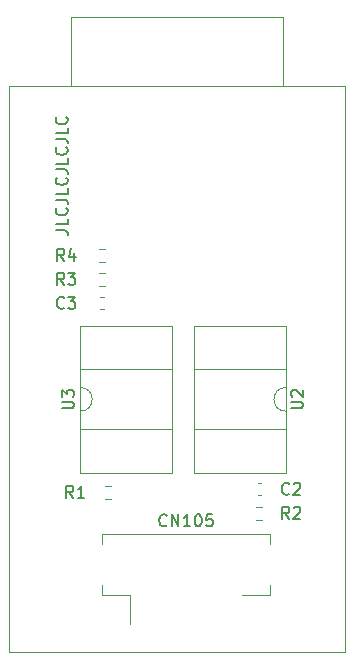
<source format=gbr>
%TF.GenerationSoftware,KiCad,Pcbnew,7.0.9-7.0.9~ubuntu20.04.1*%
%TF.CreationDate,2023-12-24T08:58:33+01:00*%
%TF.ProjectId,mitsubishi2MQTT_esp32dev,6d697473-7562-4697-9368-69324d515454,rev?*%
%TF.SameCoordinates,Original*%
%TF.FileFunction,Legend,Top*%
%TF.FilePolarity,Positive*%
%FSLAX46Y46*%
G04 Gerber Fmt 4.6, Leading zero omitted, Abs format (unit mm)*
G04 Created by KiCad (PCBNEW 7.0.9-7.0.9~ubuntu20.04.1) date 2023-12-24 08:58:33*
%MOMM*%
%LPD*%
G01*
G04 APERTURE LIST*
%ADD10C,0.150000*%
%ADD11C,0.120000*%
G04 APERTURE END LIST*
D10*
X80403819Y-72021506D02*
X81118104Y-72021506D01*
X81118104Y-72021506D02*
X81260961Y-72069125D01*
X81260961Y-72069125D02*
X81356200Y-72164363D01*
X81356200Y-72164363D02*
X81403819Y-72307220D01*
X81403819Y-72307220D02*
X81403819Y-72402458D01*
X81403819Y-71069125D02*
X81403819Y-71545315D01*
X81403819Y-71545315D02*
X80403819Y-71545315D01*
X81308580Y-70164363D02*
X81356200Y-70211982D01*
X81356200Y-70211982D02*
X81403819Y-70354839D01*
X81403819Y-70354839D02*
X81403819Y-70450077D01*
X81403819Y-70450077D02*
X81356200Y-70592934D01*
X81356200Y-70592934D02*
X81260961Y-70688172D01*
X81260961Y-70688172D02*
X81165723Y-70735791D01*
X81165723Y-70735791D02*
X80975247Y-70783410D01*
X80975247Y-70783410D02*
X80832390Y-70783410D01*
X80832390Y-70783410D02*
X80641914Y-70735791D01*
X80641914Y-70735791D02*
X80546676Y-70688172D01*
X80546676Y-70688172D02*
X80451438Y-70592934D01*
X80451438Y-70592934D02*
X80403819Y-70450077D01*
X80403819Y-70450077D02*
X80403819Y-70354839D01*
X80403819Y-70354839D02*
X80451438Y-70211982D01*
X80451438Y-70211982D02*
X80499057Y-70164363D01*
X80403819Y-69450077D02*
X81118104Y-69450077D01*
X81118104Y-69450077D02*
X81260961Y-69497696D01*
X81260961Y-69497696D02*
X81356200Y-69592934D01*
X81356200Y-69592934D02*
X81403819Y-69735791D01*
X81403819Y-69735791D02*
X81403819Y-69831029D01*
X81403819Y-68497696D02*
X81403819Y-68973886D01*
X81403819Y-68973886D02*
X80403819Y-68973886D01*
X81308580Y-67592934D02*
X81356200Y-67640553D01*
X81356200Y-67640553D02*
X81403819Y-67783410D01*
X81403819Y-67783410D02*
X81403819Y-67878648D01*
X81403819Y-67878648D02*
X81356200Y-68021505D01*
X81356200Y-68021505D02*
X81260961Y-68116743D01*
X81260961Y-68116743D02*
X81165723Y-68164362D01*
X81165723Y-68164362D02*
X80975247Y-68211981D01*
X80975247Y-68211981D02*
X80832390Y-68211981D01*
X80832390Y-68211981D02*
X80641914Y-68164362D01*
X80641914Y-68164362D02*
X80546676Y-68116743D01*
X80546676Y-68116743D02*
X80451438Y-68021505D01*
X80451438Y-68021505D02*
X80403819Y-67878648D01*
X80403819Y-67878648D02*
X80403819Y-67783410D01*
X80403819Y-67783410D02*
X80451438Y-67640553D01*
X80451438Y-67640553D02*
X80499057Y-67592934D01*
X80403819Y-66878648D02*
X81118104Y-66878648D01*
X81118104Y-66878648D02*
X81260961Y-66926267D01*
X81260961Y-66926267D02*
X81356200Y-67021505D01*
X81356200Y-67021505D02*
X81403819Y-67164362D01*
X81403819Y-67164362D02*
X81403819Y-67259600D01*
X81403819Y-65926267D02*
X81403819Y-66402457D01*
X81403819Y-66402457D02*
X80403819Y-66402457D01*
X81308580Y-65021505D02*
X81356200Y-65069124D01*
X81356200Y-65069124D02*
X81403819Y-65211981D01*
X81403819Y-65211981D02*
X81403819Y-65307219D01*
X81403819Y-65307219D02*
X81356200Y-65450076D01*
X81356200Y-65450076D02*
X81260961Y-65545314D01*
X81260961Y-65545314D02*
X81165723Y-65592933D01*
X81165723Y-65592933D02*
X80975247Y-65640552D01*
X80975247Y-65640552D02*
X80832390Y-65640552D01*
X80832390Y-65640552D02*
X80641914Y-65592933D01*
X80641914Y-65592933D02*
X80546676Y-65545314D01*
X80546676Y-65545314D02*
X80451438Y-65450076D01*
X80451438Y-65450076D02*
X80403819Y-65307219D01*
X80403819Y-65307219D02*
X80403819Y-65211981D01*
X80403819Y-65211981D02*
X80451438Y-65069124D01*
X80451438Y-65069124D02*
X80499057Y-65021505D01*
X80403819Y-64307219D02*
X81118104Y-64307219D01*
X81118104Y-64307219D02*
X81260961Y-64354838D01*
X81260961Y-64354838D02*
X81356200Y-64450076D01*
X81356200Y-64450076D02*
X81403819Y-64592933D01*
X81403819Y-64592933D02*
X81403819Y-64688171D01*
X81403819Y-63354838D02*
X81403819Y-63831028D01*
X81403819Y-63831028D02*
X80403819Y-63831028D01*
X81308580Y-62450076D02*
X81356200Y-62497695D01*
X81356200Y-62497695D02*
X81403819Y-62640552D01*
X81403819Y-62640552D02*
X81403819Y-62735790D01*
X81403819Y-62735790D02*
X81356200Y-62878647D01*
X81356200Y-62878647D02*
X81260961Y-62973885D01*
X81260961Y-62973885D02*
X81165723Y-63021504D01*
X81165723Y-63021504D02*
X80975247Y-63069123D01*
X80975247Y-63069123D02*
X80832390Y-63069123D01*
X80832390Y-63069123D02*
X80641914Y-63021504D01*
X80641914Y-63021504D02*
X80546676Y-62973885D01*
X80546676Y-62973885D02*
X80451438Y-62878647D01*
X80451438Y-62878647D02*
X80403819Y-62735790D01*
X80403819Y-62735790D02*
X80403819Y-62640552D01*
X80403819Y-62640552D02*
X80451438Y-62497695D01*
X80451438Y-62497695D02*
X80499057Y-62450076D01*
X100336819Y-87121904D02*
X101146342Y-87121904D01*
X101146342Y-87121904D02*
X101241580Y-87074285D01*
X101241580Y-87074285D02*
X101289200Y-87026666D01*
X101289200Y-87026666D02*
X101336819Y-86931428D01*
X101336819Y-86931428D02*
X101336819Y-86740952D01*
X101336819Y-86740952D02*
X101289200Y-86645714D01*
X101289200Y-86645714D02*
X101241580Y-86598095D01*
X101241580Y-86598095D02*
X101146342Y-86550476D01*
X101146342Y-86550476D02*
X100336819Y-86550476D01*
X100432057Y-86121904D02*
X100384438Y-86074285D01*
X100384438Y-86074285D02*
X100336819Y-85979047D01*
X100336819Y-85979047D02*
X100336819Y-85740952D01*
X100336819Y-85740952D02*
X100384438Y-85645714D01*
X100384438Y-85645714D02*
X100432057Y-85598095D01*
X100432057Y-85598095D02*
X100527295Y-85550476D01*
X100527295Y-85550476D02*
X100622533Y-85550476D01*
X100622533Y-85550476D02*
X100765390Y-85598095D01*
X100765390Y-85598095D02*
X101336819Y-86169523D01*
X101336819Y-86169523D02*
X101336819Y-85550476D01*
X100163333Y-94339580D02*
X100115714Y-94387200D01*
X100115714Y-94387200D02*
X99972857Y-94434819D01*
X99972857Y-94434819D02*
X99877619Y-94434819D01*
X99877619Y-94434819D02*
X99734762Y-94387200D01*
X99734762Y-94387200D02*
X99639524Y-94291961D01*
X99639524Y-94291961D02*
X99591905Y-94196723D01*
X99591905Y-94196723D02*
X99544286Y-94006247D01*
X99544286Y-94006247D02*
X99544286Y-93863390D01*
X99544286Y-93863390D02*
X99591905Y-93672914D01*
X99591905Y-93672914D02*
X99639524Y-93577676D01*
X99639524Y-93577676D02*
X99734762Y-93482438D01*
X99734762Y-93482438D02*
X99877619Y-93434819D01*
X99877619Y-93434819D02*
X99972857Y-93434819D01*
X99972857Y-93434819D02*
X100115714Y-93482438D01*
X100115714Y-93482438D02*
X100163333Y-93530057D01*
X100544286Y-93530057D02*
X100591905Y-93482438D01*
X100591905Y-93482438D02*
X100687143Y-93434819D01*
X100687143Y-93434819D02*
X100925238Y-93434819D01*
X100925238Y-93434819D02*
X101020476Y-93482438D01*
X101020476Y-93482438D02*
X101068095Y-93530057D01*
X101068095Y-93530057D02*
X101115714Y-93625295D01*
X101115714Y-93625295D02*
X101115714Y-93720533D01*
X101115714Y-93720533D02*
X101068095Y-93863390D01*
X101068095Y-93863390D02*
X100496667Y-94434819D01*
X100496667Y-94434819D02*
X101115714Y-94434819D01*
X80944819Y-87121904D02*
X81754342Y-87121904D01*
X81754342Y-87121904D02*
X81849580Y-87074285D01*
X81849580Y-87074285D02*
X81897200Y-87026666D01*
X81897200Y-87026666D02*
X81944819Y-86931428D01*
X81944819Y-86931428D02*
X81944819Y-86740952D01*
X81944819Y-86740952D02*
X81897200Y-86645714D01*
X81897200Y-86645714D02*
X81849580Y-86598095D01*
X81849580Y-86598095D02*
X81754342Y-86550476D01*
X81754342Y-86550476D02*
X80944819Y-86550476D01*
X80944819Y-86169523D02*
X80944819Y-85550476D01*
X80944819Y-85550476D02*
X81325771Y-85883809D01*
X81325771Y-85883809D02*
X81325771Y-85740952D01*
X81325771Y-85740952D02*
X81373390Y-85645714D01*
X81373390Y-85645714D02*
X81421009Y-85598095D01*
X81421009Y-85598095D02*
X81516247Y-85550476D01*
X81516247Y-85550476D02*
X81754342Y-85550476D01*
X81754342Y-85550476D02*
X81849580Y-85598095D01*
X81849580Y-85598095D02*
X81897200Y-85645714D01*
X81897200Y-85645714D02*
X81944819Y-85740952D01*
X81944819Y-85740952D02*
X81944819Y-86026666D01*
X81944819Y-86026666D02*
X81897200Y-86121904D01*
X81897200Y-86121904D02*
X81849580Y-86169523D01*
X81113333Y-74622819D02*
X80780000Y-74146628D01*
X80541905Y-74622819D02*
X80541905Y-73622819D01*
X80541905Y-73622819D02*
X80922857Y-73622819D01*
X80922857Y-73622819D02*
X81018095Y-73670438D01*
X81018095Y-73670438D02*
X81065714Y-73718057D01*
X81065714Y-73718057D02*
X81113333Y-73813295D01*
X81113333Y-73813295D02*
X81113333Y-73956152D01*
X81113333Y-73956152D02*
X81065714Y-74051390D01*
X81065714Y-74051390D02*
X81018095Y-74099009D01*
X81018095Y-74099009D02*
X80922857Y-74146628D01*
X80922857Y-74146628D02*
X80541905Y-74146628D01*
X81970476Y-73956152D02*
X81970476Y-74622819D01*
X81732381Y-73575200D02*
X81494286Y-74289485D01*
X81494286Y-74289485D02*
X82113333Y-74289485D01*
X81113333Y-76654819D02*
X80780000Y-76178628D01*
X80541905Y-76654819D02*
X80541905Y-75654819D01*
X80541905Y-75654819D02*
X80922857Y-75654819D01*
X80922857Y-75654819D02*
X81018095Y-75702438D01*
X81018095Y-75702438D02*
X81065714Y-75750057D01*
X81065714Y-75750057D02*
X81113333Y-75845295D01*
X81113333Y-75845295D02*
X81113333Y-75988152D01*
X81113333Y-75988152D02*
X81065714Y-76083390D01*
X81065714Y-76083390D02*
X81018095Y-76131009D01*
X81018095Y-76131009D02*
X80922857Y-76178628D01*
X80922857Y-76178628D02*
X80541905Y-76178628D01*
X81446667Y-75654819D02*
X82065714Y-75654819D01*
X82065714Y-75654819D02*
X81732381Y-76035771D01*
X81732381Y-76035771D02*
X81875238Y-76035771D01*
X81875238Y-76035771D02*
X81970476Y-76083390D01*
X81970476Y-76083390D02*
X82018095Y-76131009D01*
X82018095Y-76131009D02*
X82065714Y-76226247D01*
X82065714Y-76226247D02*
X82065714Y-76464342D01*
X82065714Y-76464342D02*
X82018095Y-76559580D01*
X82018095Y-76559580D02*
X81970476Y-76607200D01*
X81970476Y-76607200D02*
X81875238Y-76654819D01*
X81875238Y-76654819D02*
X81589524Y-76654819D01*
X81589524Y-76654819D02*
X81494286Y-76607200D01*
X81494286Y-76607200D02*
X81446667Y-76559580D01*
X100163333Y-96466819D02*
X99830000Y-95990628D01*
X99591905Y-96466819D02*
X99591905Y-95466819D01*
X99591905Y-95466819D02*
X99972857Y-95466819D01*
X99972857Y-95466819D02*
X100068095Y-95514438D01*
X100068095Y-95514438D02*
X100115714Y-95562057D01*
X100115714Y-95562057D02*
X100163333Y-95657295D01*
X100163333Y-95657295D02*
X100163333Y-95800152D01*
X100163333Y-95800152D02*
X100115714Y-95895390D01*
X100115714Y-95895390D02*
X100068095Y-95943009D01*
X100068095Y-95943009D02*
X99972857Y-95990628D01*
X99972857Y-95990628D02*
X99591905Y-95990628D01*
X100544286Y-95562057D02*
X100591905Y-95514438D01*
X100591905Y-95514438D02*
X100687143Y-95466819D01*
X100687143Y-95466819D02*
X100925238Y-95466819D01*
X100925238Y-95466819D02*
X101020476Y-95514438D01*
X101020476Y-95514438D02*
X101068095Y-95562057D01*
X101068095Y-95562057D02*
X101115714Y-95657295D01*
X101115714Y-95657295D02*
X101115714Y-95752533D01*
X101115714Y-95752533D02*
X101068095Y-95895390D01*
X101068095Y-95895390D02*
X100496667Y-96466819D01*
X100496667Y-96466819D02*
X101115714Y-96466819D01*
X81875333Y-94688819D02*
X81542000Y-94212628D01*
X81303905Y-94688819D02*
X81303905Y-93688819D01*
X81303905Y-93688819D02*
X81684857Y-93688819D01*
X81684857Y-93688819D02*
X81780095Y-93736438D01*
X81780095Y-93736438D02*
X81827714Y-93784057D01*
X81827714Y-93784057D02*
X81875333Y-93879295D01*
X81875333Y-93879295D02*
X81875333Y-94022152D01*
X81875333Y-94022152D02*
X81827714Y-94117390D01*
X81827714Y-94117390D02*
X81780095Y-94165009D01*
X81780095Y-94165009D02*
X81684857Y-94212628D01*
X81684857Y-94212628D02*
X81303905Y-94212628D01*
X82827714Y-94688819D02*
X82256286Y-94688819D01*
X82542000Y-94688819D02*
X82542000Y-93688819D01*
X82542000Y-93688819D02*
X82446762Y-93831676D01*
X82446762Y-93831676D02*
X82351524Y-93926914D01*
X82351524Y-93926914D02*
X82256286Y-93974533D01*
X81113333Y-78591580D02*
X81065714Y-78639200D01*
X81065714Y-78639200D02*
X80922857Y-78686819D01*
X80922857Y-78686819D02*
X80827619Y-78686819D01*
X80827619Y-78686819D02*
X80684762Y-78639200D01*
X80684762Y-78639200D02*
X80589524Y-78543961D01*
X80589524Y-78543961D02*
X80541905Y-78448723D01*
X80541905Y-78448723D02*
X80494286Y-78258247D01*
X80494286Y-78258247D02*
X80494286Y-78115390D01*
X80494286Y-78115390D02*
X80541905Y-77924914D01*
X80541905Y-77924914D02*
X80589524Y-77829676D01*
X80589524Y-77829676D02*
X80684762Y-77734438D01*
X80684762Y-77734438D02*
X80827619Y-77686819D01*
X80827619Y-77686819D02*
X80922857Y-77686819D01*
X80922857Y-77686819D02*
X81065714Y-77734438D01*
X81065714Y-77734438D02*
X81113333Y-77782057D01*
X81446667Y-77686819D02*
X82065714Y-77686819D01*
X82065714Y-77686819D02*
X81732381Y-78067771D01*
X81732381Y-78067771D02*
X81875238Y-78067771D01*
X81875238Y-78067771D02*
X81970476Y-78115390D01*
X81970476Y-78115390D02*
X82018095Y-78163009D01*
X82018095Y-78163009D02*
X82065714Y-78258247D01*
X82065714Y-78258247D02*
X82065714Y-78496342D01*
X82065714Y-78496342D02*
X82018095Y-78591580D01*
X82018095Y-78591580D02*
X81970476Y-78639200D01*
X81970476Y-78639200D02*
X81875238Y-78686819D01*
X81875238Y-78686819D02*
X81589524Y-78686819D01*
X81589524Y-78686819D02*
X81494286Y-78639200D01*
X81494286Y-78639200D02*
X81446667Y-78591580D01*
X89797142Y-97009580D02*
X89749523Y-97057200D01*
X89749523Y-97057200D02*
X89606666Y-97104819D01*
X89606666Y-97104819D02*
X89511428Y-97104819D01*
X89511428Y-97104819D02*
X89368571Y-97057200D01*
X89368571Y-97057200D02*
X89273333Y-96961961D01*
X89273333Y-96961961D02*
X89225714Y-96866723D01*
X89225714Y-96866723D02*
X89178095Y-96676247D01*
X89178095Y-96676247D02*
X89178095Y-96533390D01*
X89178095Y-96533390D02*
X89225714Y-96342914D01*
X89225714Y-96342914D02*
X89273333Y-96247676D01*
X89273333Y-96247676D02*
X89368571Y-96152438D01*
X89368571Y-96152438D02*
X89511428Y-96104819D01*
X89511428Y-96104819D02*
X89606666Y-96104819D01*
X89606666Y-96104819D02*
X89749523Y-96152438D01*
X89749523Y-96152438D02*
X89797142Y-96200057D01*
X90225714Y-97104819D02*
X90225714Y-96104819D01*
X90225714Y-96104819D02*
X90797142Y-97104819D01*
X90797142Y-97104819D02*
X90797142Y-96104819D01*
X91797142Y-97104819D02*
X91225714Y-97104819D01*
X91511428Y-97104819D02*
X91511428Y-96104819D01*
X91511428Y-96104819D02*
X91416190Y-96247676D01*
X91416190Y-96247676D02*
X91320952Y-96342914D01*
X91320952Y-96342914D02*
X91225714Y-96390533D01*
X92416190Y-96104819D02*
X92511428Y-96104819D01*
X92511428Y-96104819D02*
X92606666Y-96152438D01*
X92606666Y-96152438D02*
X92654285Y-96200057D01*
X92654285Y-96200057D02*
X92701904Y-96295295D01*
X92701904Y-96295295D02*
X92749523Y-96485771D01*
X92749523Y-96485771D02*
X92749523Y-96723866D01*
X92749523Y-96723866D02*
X92701904Y-96914342D01*
X92701904Y-96914342D02*
X92654285Y-97009580D01*
X92654285Y-97009580D02*
X92606666Y-97057200D01*
X92606666Y-97057200D02*
X92511428Y-97104819D01*
X92511428Y-97104819D02*
X92416190Y-97104819D01*
X92416190Y-97104819D02*
X92320952Y-97057200D01*
X92320952Y-97057200D02*
X92273333Y-97009580D01*
X92273333Y-97009580D02*
X92225714Y-96914342D01*
X92225714Y-96914342D02*
X92178095Y-96723866D01*
X92178095Y-96723866D02*
X92178095Y-96485771D01*
X92178095Y-96485771D02*
X92225714Y-96295295D01*
X92225714Y-96295295D02*
X92273333Y-96200057D01*
X92273333Y-96200057D02*
X92320952Y-96152438D01*
X92320952Y-96152438D02*
X92416190Y-96104819D01*
X93654285Y-96104819D02*
X93178095Y-96104819D01*
X93178095Y-96104819D02*
X93130476Y-96581009D01*
X93130476Y-96581009D02*
X93178095Y-96533390D01*
X93178095Y-96533390D02*
X93273333Y-96485771D01*
X93273333Y-96485771D02*
X93511428Y-96485771D01*
X93511428Y-96485771D02*
X93606666Y-96533390D01*
X93606666Y-96533390D02*
X93654285Y-96581009D01*
X93654285Y-96581009D02*
X93701904Y-96676247D01*
X93701904Y-96676247D02*
X93701904Y-96914342D01*
X93701904Y-96914342D02*
X93654285Y-97009580D01*
X93654285Y-97009580D02*
X93606666Y-97057200D01*
X93606666Y-97057200D02*
X93511428Y-97104819D01*
X93511428Y-97104819D02*
X93273333Y-97104819D01*
X93273333Y-97104819D02*
X93178095Y-97057200D01*
X93178095Y-97057200D02*
X93130476Y-97009580D01*
D11*
%TO.C,U2*%
X92082000Y-92595000D02*
X99942000Y-92595000D01*
X99882000Y-83825000D02*
X92142000Y-83825000D01*
X99882000Y-88895000D02*
X99882000Y-87360000D01*
X99882000Y-85360000D02*
X99882000Y-83825000D01*
X99942000Y-92595000D02*
X99942000Y-80125000D01*
X92142000Y-83825000D02*
X92142000Y-88895000D01*
X92082000Y-80125000D02*
X92082000Y-92595000D01*
X92142000Y-88895000D02*
X99882000Y-88895000D01*
X99942000Y-80125000D02*
X92082000Y-80125000D01*
X99882000Y-85360000D02*
G75*
G03*
X99882000Y-87360000I0J-1000000D01*
G01*
%TO.C,C2*%
X97490233Y-93470000D02*
X97782767Y-93470000D01*
X97490233Y-94490000D02*
X97782767Y-94490000D01*
%TO.C,U3*%
X90290000Y-80125000D02*
X82430000Y-80125000D01*
X82490000Y-88895000D02*
X90230000Y-88895000D01*
X82490000Y-83825000D02*
X82490000Y-85360000D01*
X82490000Y-87360000D02*
X82490000Y-88895000D01*
X82430000Y-80125000D02*
X82430000Y-92595000D01*
X90230000Y-88895000D02*
X90230000Y-83825000D01*
X90290000Y-92595000D02*
X90290000Y-80125000D01*
X90230000Y-83825000D02*
X82490000Y-83825000D01*
X82430000Y-92595000D02*
X90290000Y-92595000D01*
X82490000Y-87360000D02*
G75*
G03*
X82490000Y-85360000I0J1000000D01*
G01*
%TO.C,R4*%
X84073276Y-74690500D02*
X84582724Y-74690500D01*
X84073276Y-73645500D02*
X84582724Y-73645500D01*
%TO.C,R3*%
X84073276Y-76722500D02*
X84582724Y-76722500D01*
X84073276Y-75677500D02*
X84582724Y-75677500D01*
%TO.C,R2*%
X97894224Y-96534500D02*
X97384776Y-96534500D01*
X97894224Y-95489500D02*
X97384776Y-95489500D01*
%TO.C,R1*%
X84581276Y-93711500D02*
X85090724Y-93711500D01*
X84581276Y-94756500D02*
X85090724Y-94756500D01*
%TO.C,C3*%
X84181733Y-77722000D02*
X84474267Y-77722000D01*
X84181733Y-78742000D02*
X84474267Y-78742000D01*
%TO.C,CN105*%
X84355000Y-102960000D02*
X86680000Y-102960000D01*
X86680000Y-102960000D02*
X86680000Y-105350000D01*
X98525000Y-102110000D02*
X98525000Y-102960000D01*
X84355000Y-102110000D02*
X84355000Y-102960000D01*
X84355000Y-98590000D02*
X84355000Y-97740000D01*
X98525000Y-97740000D02*
X98525000Y-98590000D01*
X98525000Y-102960000D02*
X96200000Y-102960000D01*
X84355000Y-97740000D02*
X98525000Y-97740000D01*
%TO.C,U1*%
X76460000Y-107780000D02*
X104859999Y-107780000D01*
X104860000Y-59860000D02*
X76460001Y-59860000D01*
X99673320Y-53946880D02*
X99673320Y-59839680D01*
X81690120Y-53946880D02*
X99673320Y-53946880D01*
X104859999Y-107780000D02*
X104860000Y-59860000D01*
X76460001Y-59860000D02*
X76460000Y-107780000D01*
X81690120Y-59839680D02*
X81690120Y-53946880D01*
%TD*%
M02*

</source>
